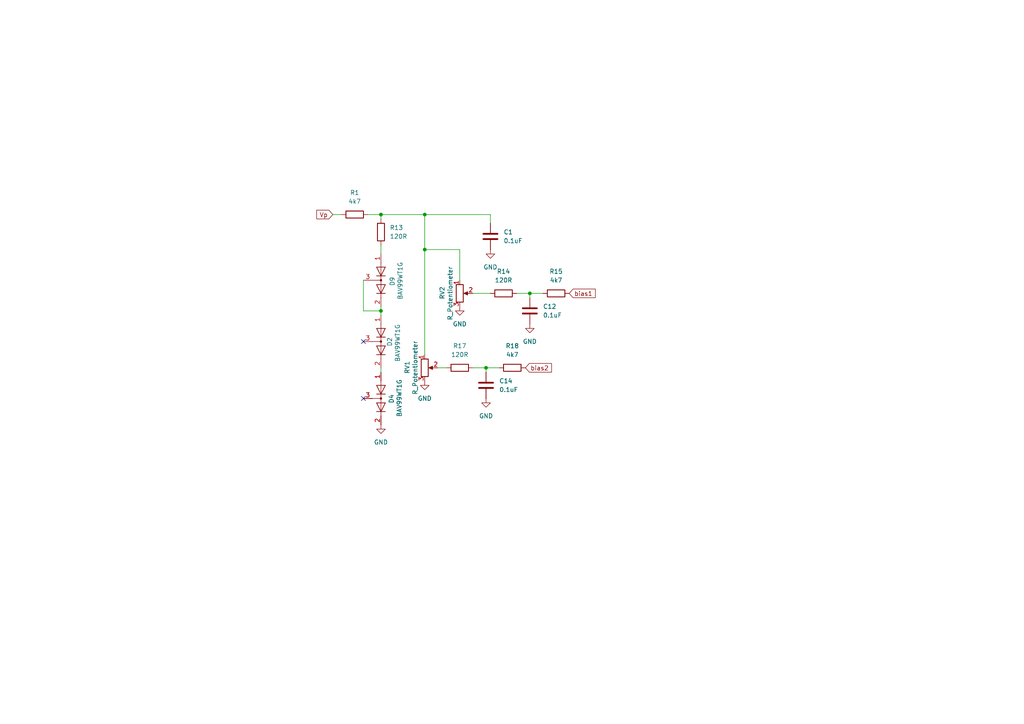
<source format=kicad_sch>
(kicad_sch (version 20231120) (generator "eeschema") (generator_version "8.0")
  (paper "A4")
  (lib_symbols
    (symbol "Device:C" (pin_numbers hide) (pin_names (offset 0.254))
      (property "Reference" "C" (at 0.635 2.54 0))
      (property "Value" "C" (at 0.635 -2.54 0))
      (symbol "C_0_1"
        (polyline (pts (xy -2.032 -0.762) (xy 2.032 -0.762)) (stroke (width 0.508)))
        (polyline (pts (xy -2.032 0.762) (xy 2.032 0.762)) (stroke (width 0.508)))
      )
      (symbol "C_1_1"
        (pin passive line (at 0 3.81 270) (length 2.794) (name "~") (number "1"))
        (pin passive line (at 0 -3.81 90) (length 2.794) (name "~") (number "2"))
      )
    )
    (symbol "Device:R" (pin_numbers hide) (pin_names (offset 0))
      (property "Reference" "R" (at 2.032 0 90))
      (property "Value" "R" (at 0 0 90))
      (symbol "R_0_1"
        (rectangle (start -1.016 -2.54) (end 1.016 2.54) (stroke (width 0.254)))
      )
      (symbol "R_1_1"
        (pin passive line (at 0 3.81 270) (length 1.27) (name "~") (number "1"))
        (pin passive line (at 0 -3.81 90) (length 1.27) (name "~") (number "2"))
      )
    )
    (symbol "Device:R_Potentiometer" (pin_names (offset 1.016) hide)
      (property "Reference" "RV" (at -4.445 0 90))
      (property "Value" "R_Potentiometer" (at -2.54 0 90))
      (symbol "R_Potentiometer_0_1"
        (polyline (pts (xy 2.54 0) (xy 1.524 0)))
        (polyline (pts (xy 1.143 0) (xy 2.286 0.508) (xy 2.286 -0.508) (xy 1.143 0)) (fill (type outline)))
        (rectangle (start 1.016 2.54) (end -1.016 -2.54) (stroke (width 0.254)))
      )
      (symbol "R_Potentiometer_1_1"
        (pin passive line (at 0 3.81 270) (length 1.27) (name "1") (number "1"))
        (pin passive line (at 3.81 0 180) (length 1.27) (name "2") (number "2"))
        (pin passive line (at 0 -3.81 90) (length 1.27) (name "3") (number "3"))
      )
    )
    (symbol "Diode:BAV99" (pin_names hide)
      (property "Reference" "D" (at 0 5.08 0))
      (property "Value" "BAV99" (at 0 2.54 0))
      (symbol "BAV99_0_1"
        (polyline (pts (xy -5.08 0) (xy 5.08 0)))
      )
      (symbol "BAV99_1_1"
        (polyline (pts (xy 0 0) (xy 0 -2.54)))
        (polyline (pts (xy -1.27 -1.27) (xy -1.27 1.27) (xy -1.27 1.27)) (stroke (width 0.2032)))
        (polyline (pts (xy 3.81 1.27) (xy 3.81 -1.27) (xy 3.81 -1.27)) (stroke (width 0.2032)))
        (polyline (pts (xy -3.81 1.27) (xy -1.27 0) (xy -3.81 -1.27) (xy -3.81 1.27) (xy -3.81 1.27) (xy -3.81 1.27)) (stroke (width 0.2032)))
        (polyline (pts (xy 1.27 1.27) (xy 3.81 0) (xy 1.27 -1.27) (xy 1.27 1.27) (xy 1.27 1.27) (xy 1.27 1.27)) (stroke (width 0.2032)))
        (circle (center 0 0) (radius 0.254) (fill (type outline)))
        (pin passive line (at -7.62 0 0) (length 2.54) (name "K") (number "1"))
        (pin passive line (at 7.62 0 180) (length 2.54) (name "A") (number "2"))
        (pin passive line (at 0 -5.08 90) (length 2.54) (name "K") (number "3"))
      )
    )
    (symbol "power:GND" (power) (pin_numbers hide) (pin_names (offset 0) hide)
      (property "Value" "GND" (at 0 -3.81 0))
      (symbol "GND_0_1"
        (polyline (pts (xy 0 0) (xy 0 -1.27) (xy 1.27 -1.27) (xy 0 -2.54) (xy -1.27 -1.27) (xy 0 -1.27)))
      )
      (symbol "GND_1_1"
        (pin power_in line (at 0 0 270) (length 0) (name "~") (number "1"))
      )
    )
  )
  (junction (at 123.19 62.23))
  (junction (at 110.49 90.17))
  (junction (at 153.67 85.09))
  (junction (at 110.49 62.23))
  (junction (at 123.19 72.39))
  (junction (at 140.97 106.68))
  (no_connect (at 105.41 99.06))
  (no_connect (at 105.41 115.57))
  (wire (pts (xy 142.24 64.77) (xy 142.24 62.23)))
  (wire (pts (xy 140.97 106.68) (xy 140.97 107.95)))
  (wire (pts (xy 153.67 86.36) (xy 153.67 85.09)))
  (wire (pts (xy 123.19 62.23) (xy 142.24 62.23)))
  (wire (pts (xy 123.19 72.39) (xy 123.19 102.87)))
  (wire (pts (xy 110.49 62.23) (xy 110.49 63.5)))
  (wire (pts (xy 133.35 81.28) (xy 133.35 72.39)))
  (wire (pts (xy 110.49 62.23) (xy 123.19 62.23)))
  (wire (pts (xy 127 106.68) (xy 129.54 106.68)))
  (wire (pts (xy 137.16 85.09) (xy 142.24 85.09)))
  (wire (pts (xy 110.49 71.12) (xy 110.49 73.66)))
  (wire (pts (xy 106.68 62.23) (xy 110.49 62.23)))
  (wire (pts (xy 96.52 62.23) (xy 99.06 62.23)))
  (wire (pts (xy 110.49 106.68) (xy 110.49 107.95)))
  (wire (pts (xy 149.86 85.09) (xy 153.67 85.09)))
  (wire (pts (xy 105.41 81.28) (xy 105.41 90.17)))
  (wire (pts (xy 123.19 72.39) (xy 133.35 72.39)))
  (wire (pts (xy 140.97 106.68) (xy 144.78 106.68)))
  (wire (pts (xy 110.49 90.17) (xy 110.49 91.44)))
  (wire (pts (xy 105.41 90.17) (xy 110.49 90.17)))
  (wire (pts (xy 123.19 62.23) (xy 123.19 72.39)))
  (wire (pts (xy 110.49 88.9) (xy 110.49 90.17)))
  (wire (pts (xy 153.67 85.09) (xy 157.48 85.09)))
  (wire (pts (xy 137.16 106.68) (xy 140.97 106.68)))
  (global_label "bias1" (shape input) (at 165.1 85.09 0) (property "Intersheetrefs" "${INTERSHEET_REFS}" (effects (hide yes))))
  (global_label "bias2" (shape input) (at 152.4 106.68 0) (property "Intersheetrefs" "${INTERSHEET_REFS}" (effects (hide yes))))
  (global_label "Vp" (shape input) (at 96.52 62.23 180) (property "Intersheetrefs" "${INTERSHEET_REFS}" (effects (hide yes))))
  (symbol (lib_id "power:GND") (at 140.97 115.57 0) (unit 1)
    (property "Reference" "#PWR013" (effects (hide yes)))
    (property "Value" "GND" (at 140.97 120.65 0))
    (property "Description" "Power symbol creates a global label with name \"GND\" , ground" (effects (hide yes)))
  )
  (symbol (lib_id "Device:R") (at 133.35 106.68 270) (unit 1)
    (property "Reference" "R17" (at 133.35 100.33 90))
    (property "Value" "120R" (at 133.35 102.87 90))
    (property "Footprint" "Resistor_SMD:R_0603_1608Metric_Pad0.98x0.95mm_HandSolder" (effects (hide yes)))
    (property "Description" "Resistor" (effects (hide yes)))
  )
  (symbol (lib_id "Device:R_Potentiometer") (at 123.19 106.68 0) (unit 1)
    (property "Reference" "RV1" (at 118.11 104.648 90) (effects (justify right)))
    (property "Value" "R_Potentiometer" (at 120.396 98.806 90) (effects (justify right)))
    (property "Footprint" "Library:PVG3A" (effects (hide yes)))
    (property "Description" "Potentiometer" (effects (hide yes)))
  )
  (symbol (lib_id "Device:C") (at 142.24 68.58 0) (unit 1)
    (property "Reference" "C1" (at 146.05 67.3099 0) (effects (justify left)))
    (property "Value" "0.1uF" (at 146.05 69.8499 0) (effects (justify left)))
    (property "Footprint" "Capacitor_SMD:C_0603_1608Metric_Pad1.08x0.95mm_HandSolder" (effects (hide yes)))
    (property "Description" "Unpolarized capacitor" (effects (hide yes)))
  )
  (symbol (lib_id "power:GND") (at 110.49 123.19 0) (unit 1)
    (property "Reference" "#PWR010" (effects (hide yes)))
    (property "Value" "GND" (at 110.49 128.27 0))
    (property "Description" "Power symbol creates a global label with name \"GND\" , ground" (effects (hide yes)))
  )
  (symbol (lib_id "Device:R") (at 110.49 67.31 0) (unit 1)
    (property "Reference" "R13" (at 113.03 66.0399 0) (effects (justify left)))
    (property "Value" "120R" (at 113.03 68.5799 0) (effects (justify left)))
    (property "Footprint" "Resistor_SMD:R_0603_1608Metric_Pad0.98x0.95mm_HandSolder" (effects (hide yes)))
    (property "Description" "Resistor" (effects (hide yes)))
  )
  (symbol (lib_id "power:GND") (at 153.67 93.98 0) (unit 1)
    (property "Reference" "#PWR015" (effects (hide yes)))
    (property "Value" "GND" (at 153.67 99.06 0))
    (property "Description" "Power symbol creates a global label with name \"GND\" , ground" (effects (hide yes)))
  )
  (symbol (lib_id "power:GND") (at 133.35 88.9 0) (unit 1)
    (property "Reference" "#PWR012" (effects (hide yes)))
    (property "Value" "GND" (at 133.35 93.98 0))
    (property "Description" "Power symbol creates a global label with name \"GND\" , ground" (effects (hide yes)))
  )
  (symbol (lib_id "Device:R") (at 146.05 85.09 270) (unit 1)
    (property "Reference" "R14" (at 146.05 78.74 90))
    (property "Value" "120R" (at 146.05 81.28 90))
    (property "Footprint" "Resistor_SMD:R_0603_1608Metric_Pad0.98x0.95mm_HandSolder" (effects (hide yes)))
    (property "Description" "Resistor" (effects (hide yes)))
  )
  (symbol (lib_id "Diode:BAV99") (at 110.49 115.57 270) (unit 1)
    (property "Reference" "D4" (at 113.538 114.3 0) (effects (justify left)))
    (property "Value" "BAV99WT1G" (at 115.824 109.982 0) (effects (justify left)))
    (property "Footprint" "Package_TO_SOT_SMD:SOT-323_SC-70" (effects (hide yes)))
    (property "Datasheet" "https://assets.nexperia.com/documents/data-sheet/BAV99_SER.pdf" (effects (hide yes)))
    (property "Description" "BAV99 High-speed switching diodes, SOT-23" (effects (hide yes)))
  )
  (symbol (lib_id "Device:R") (at 148.59 106.68 270) (unit 1)
    (property "Reference" "R18" (at 148.59 100.33 90))
    (property "Value" "4k7" (at 148.59 102.87 90))
    (property "Footprint" "Resistor_SMD:R_0603_1608Metric_Pad0.98x0.95mm_HandSolder" (effects (hide yes)))
    (property "Description" "Resistor" (effects (hide yes)))
  )
  (symbol (lib_id "power:GND") (at 123.19 110.49 0) (unit 1)
    (property "Reference" "#PWR011" (effects (hide yes)))
    (property "Value" "GND" (at 123.19 115.57 0))
    (property "Description" "Power symbol creates a global label with name \"GND\" , ground" (effects (hide yes)))
  )
  (symbol (lib_id "Diode:BAV99") (at 110.49 99.06 270) (unit 1)
    (property "Reference" "D2" (at 113.03 97.7899 0) (effects (justify left)))
    (property "Value" "BAV99WT1G" (at 115.316 93.98 0) (effects (justify left)))
    (property "Footprint" "Package_TO_SOT_SMD:SOT-323_SC-70" (effects (hide yes)))
    (property "Datasheet" "https://assets.nexperia.com/documents/data-sheet/BAV99_SER.pdf" (effects (hide yes)))
    (property "Description" "BAV99 High-speed switching diodes, SOT-23" (effects (hide yes)))
  )
  (symbol (lib_id "Device:C") (at 140.97 111.76 0) (unit 1)
    (property "Reference" "C14" (at 144.78 110.4899 0) (effects (justify left)))
    (property "Value" "0.1uF" (at 144.78 113.0299 0) (effects (justify left)))
    (property "Footprint" "Capacitor_SMD:C_0603_1608Metric_Pad1.08x0.95mm_HandSolder" (effects (hide yes)))
    (property "Description" "Unpolarized capacitor" (effects (hide yes)))
  )
  (symbol (lib_id "Device:C") (at 153.67 90.17 0) (unit 1)
    (property "Reference" "C12" (at 157.48 88.8999 0) (effects (justify left)))
    (property "Value" "0.1uF" (at 157.48 91.4399 0) (effects (justify left)))
    (property "Footprint" "Capacitor_SMD:C_0603_1608Metric_Pad1.08x0.95mm_HandSolder" (effects (hide yes)))
    (property "Description" "Unpolarized capacitor" (effects (hide yes)))
  )
  (symbol (lib_id "Device:R") (at 102.87 62.23 270) (unit 1)
    (property "Reference" "R1" (at 102.87 55.88 90))
    (property "Value" "4k7" (at 102.87 58.42 90))
    (property "Footprint" "Resistor_SMD:R_0603_1608Metric_Pad0.98x0.95mm_HandSolder" (effects (hide yes)))
    (property "Description" "Resistor" (effects (hide yes)))
  )
  (symbol (lib_id "Device:R") (at 161.29 85.09 270) (unit 1)
    (property "Reference" "R15" (at 161.29 78.74 90))
    (property "Value" "4k7" (at 161.29 81.28 90))
    (property "Footprint" "Resistor_SMD:R_0603_1608Metric_Pad0.98x0.95mm_HandSolder" (effects (hide yes)))
    (property "Description" "Resistor" (effects (hide yes)))
  )
  (symbol (lib_id "power:GND") (at 142.24 72.39 0) (unit 1)
    (property "Reference" "#PWR014" (effects (hide yes)))
    (property "Value" "GND" (at 142.24 77.47 0))
    (property "Description" "Power symbol creates a global label with name \"GND\" , ground" (effects (hide yes)))
  )
  (symbol (lib_id "Diode:BAV99") (at 110.49 81.28 270) (unit 1)
    (property "Reference" "D9" (at 113.792 80.264 0) (effects (justify left)))
    (property "Value" "BAV99WT1G" (at 116.078 75.946 0) (effects (justify left)))
    (property "Footprint" "Package_TO_SOT_SMD:SOT-323_SC-70" (effects (hide yes)))
    (property "Datasheet" "https://assets.nexperia.com/documents/data-sheet/BAV99_SER.pdf" (effects (hide yes)))
    (property "Description" "BAV99 High-speed switching diodes, SOT-23" (effects (hide yes)))
  )
  (symbol (lib_id "Device:R_Potentiometer") (at 133.35 85.09 0) (unit 1)
    (property "Reference" "RV2" (at 128.27 83.058 90) (effects (justify right)))
    (property "Value" "R_Potentiometer" (at 130.556 77.216 90) (effects (justify right)))
    (property "Footprint" "Library:PVG3A" (effects (hide yes)))
    (property "Description" "Potentiometer" (effects (hide yes)))
  )
)
</source>
